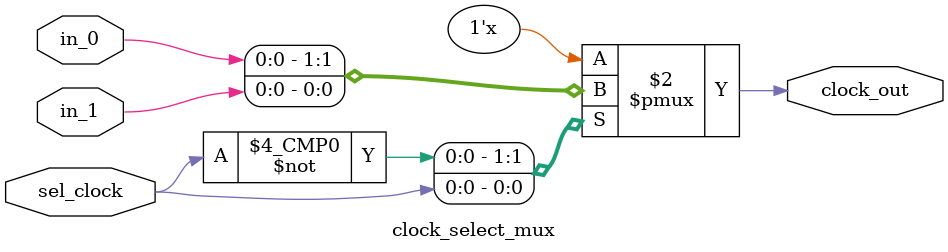
<source format=v>
`timescale 1ns / 1ps


module clock_select_mux(
    input sel_clock,
    input in_0,in_1,
    output reg clock_out
);

always @(sel_clock,in_0,in_1)
    case(sel_clock)
        0 : clock_out = in_0;   
        1:  clock_out = in_1;
        default : clock_out = 0;
     endcase
     
     
endmodule

</source>
